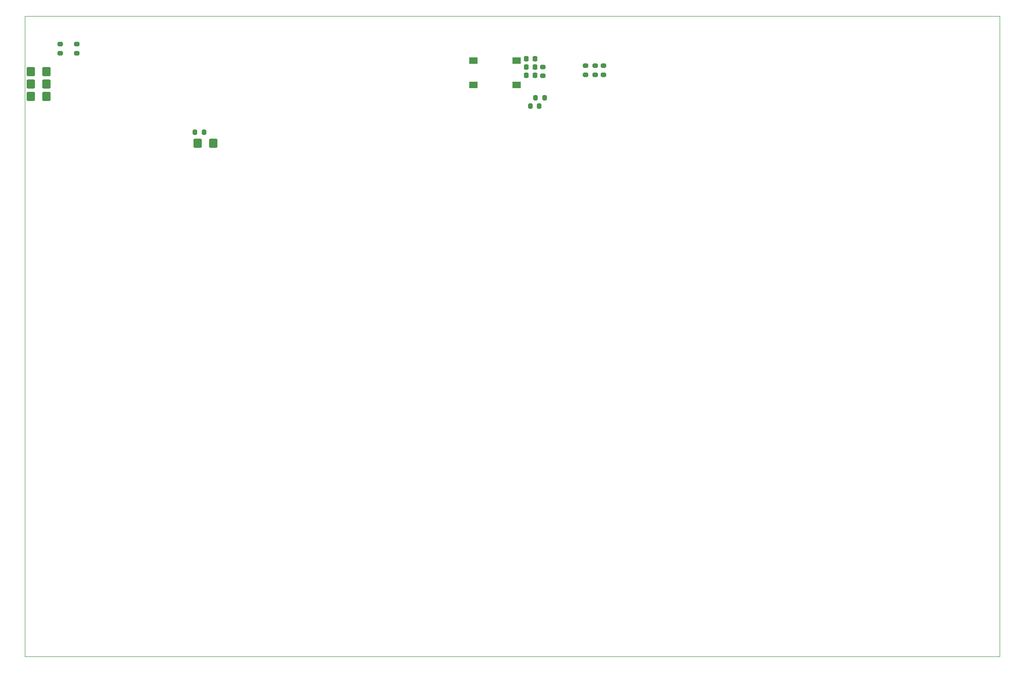
<source format=gbr>
G04 #@! TF.GenerationSoftware,KiCad,Pcbnew,(5.99.0-11749-g6427197962)*
G04 #@! TF.CreationDate,2021-09-04T15:49:30+10:00*
G04 #@! TF.ProjectId,Mainboard,4d61696e-626f-4617-9264-2e6b69636164,rev?*
G04 #@! TF.SameCoordinates,Original*
G04 #@! TF.FileFunction,Paste,Top*
G04 #@! TF.FilePolarity,Positive*
%FSLAX46Y46*%
G04 Gerber Fmt 4.6, Leading zero omitted, Abs format (unit mm)*
G04 Created by KiCad (PCBNEW (5.99.0-11749-g6427197962)) date 2021-09-04 15:49:30*
%MOMM*%
%LPD*%
G01*
G04 APERTURE LIST*
G04 Aperture macros list*
%AMRoundRect*
0 Rectangle with rounded corners*
0 $1 Rounding radius*
0 $2 $3 $4 $5 $6 $7 $8 $9 X,Y pos of 4 corners*
0 Add a 4 corners polygon primitive as box body*
4,1,4,$2,$3,$4,$5,$6,$7,$8,$9,$2,$3,0*
0 Add four circle primitives for the rounded corners*
1,1,$1+$1,$2,$3*
1,1,$1+$1,$4,$5*
1,1,$1+$1,$6,$7*
1,1,$1+$1,$8,$9*
0 Add four rect primitives between the rounded corners*
20,1,$1+$1,$2,$3,$4,$5,0*
20,1,$1+$1,$4,$5,$6,$7,0*
20,1,$1+$1,$6,$7,$8,$9,0*
20,1,$1+$1,$8,$9,$2,$3,0*%
G04 Aperture macros list end*
G04 #@! TA.AperFunction,Profile*
%ADD10C,0.100000*%
G04 #@! TD*
%ADD11RoundRect,0.250000X0.550000X0.575000X-0.550000X0.575000X-0.550000X-0.575000X0.550000X-0.575000X0*%
%ADD12RoundRect,0.200000X-0.200000X-0.275000X0.200000X-0.275000X0.200000X0.275000X-0.200000X0.275000X0*%
%ADD13RoundRect,0.200000X0.200000X0.275000X-0.200000X0.275000X-0.200000X-0.275000X0.200000X-0.275000X0*%
%ADD14RoundRect,0.200000X0.275000X-0.200000X0.275000X0.200000X-0.275000X0.200000X-0.275000X-0.200000X0*%
%ADD15RoundRect,0.200000X-0.275000X0.200000X-0.275000X-0.200000X0.275000X-0.200000X0.275000X0.200000X0*%
%ADD16RoundRect,0.225000X0.225000X0.250000X-0.225000X0.250000X-0.225000X-0.250000X0.225000X-0.250000X0*%
%ADD17R,1.550000X1.300000*%
G04 APERTURE END LIST*
D10*
X239839000Y-159703000D02*
X60261000Y-159703000D01*
X60261000Y-159703000D02*
X60261000Y-41593000D01*
X60261000Y-41593000D02*
X239839000Y-41593000D01*
X239839000Y-41593000D02*
X239839000Y-159703000D01*
D11*
G04 #@! TO.C,D6*
X64262000Y-56388000D03*
X61412000Y-56388000D03*
G04 #@! TD*
D12*
G04 #@! TO.C,R1*
X153416000Y-58166000D03*
X155066000Y-58166000D03*
G04 #@! TD*
D13*
G04 #@! TO.C,R4*
X93281000Y-62992000D03*
X91631000Y-62992000D03*
G04 #@! TD*
D14*
G04 #@! TO.C,R32*
X69850000Y-48386000D03*
X69850000Y-46736000D03*
G04 #@! TD*
D15*
G04 #@! TO.C,R9*
X166878000Y-50737000D03*
X166878000Y-52387000D03*
G04 #@! TD*
D14*
G04 #@! TO.C,R3*
X155752000Y-52578000D03*
X155752000Y-50928000D03*
G04 #@! TD*
D16*
G04 #@! TO.C,C3*
X154241000Y-49467000D03*
X152691000Y-49467000D03*
G04 #@! TD*
G04 #@! TO.C,C1*
X154241000Y-52515000D03*
X152691000Y-52515000D03*
G04 #@! TD*
D11*
G04 #@! TO.C,D5*
X64262000Y-54102000D03*
X61412000Y-54102000D03*
G04 #@! TD*
D16*
G04 #@! TO.C,C2*
X154241000Y-50991000D03*
X152691000Y-50991000D03*
G04 #@! TD*
D11*
G04 #@! TO.C,D1*
X94996000Y-65024000D03*
X92146000Y-65024000D03*
G04 #@! TD*
D15*
G04 #@! TO.C,R8*
X163576000Y-50737000D03*
X163576000Y-52387000D03*
G04 #@! TD*
D17*
G04 #@! TO.C,SW1*
X150850000Y-49757000D03*
X142900000Y-49757000D03*
X142900000Y-54257000D03*
X150850000Y-54257000D03*
G04 #@! TD*
D11*
G04 #@! TO.C,D3*
X64262000Y-51816000D03*
X61412000Y-51816000D03*
G04 #@! TD*
D13*
G04 #@! TO.C,R2*
X156019000Y-56642000D03*
X154369000Y-56642000D03*
G04 #@! TD*
D15*
G04 #@! TO.C,R10*
X165354000Y-50737000D03*
X165354000Y-52387000D03*
G04 #@! TD*
D14*
G04 #@! TO.C,R31*
X66802000Y-48386000D03*
X66802000Y-46736000D03*
G04 #@! TD*
M02*

</source>
